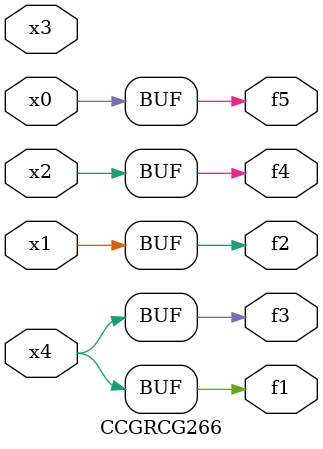
<source format=v>
module CCGRCG266(
	input x0, x1, x2, x3, x4,
	output f1, f2, f3, f4, f5
);
	assign f1 = x4;
	assign f2 = x1;
	assign f3 = x4;
	assign f4 = x2;
	assign f5 = x0;
endmodule

</source>
